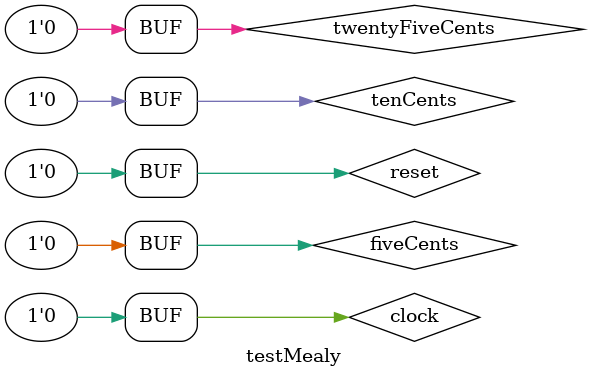
<source format=sv>
`timescale 1ns / 1ps

module testMealy();

logic clock, reset,fiveCents,tenCents,twentyFiveCents,theProduct;

mealyMachine test1 (clock, reset,fiveCents,tenCents,twentyFiveCents,theProduct);

always
begin
    clock = 1; #5; clock = 0; #5;
end

initial
begin
reset=0;fiveCents=0;tenCents=1;twentyFiveCents=0; #10;
fiveCents=1;tenCents=0;twentyFiveCents=0; #10;
fiveCents=1;tenCents=0;twentyFiveCents=0; #10;
fiveCents=0;tenCents=1;twentyFiveCents=0; #10;
fiveCents=0;tenCents=1;twentyFiveCents=0; #10;
fiveCents=0;tenCents=1;twentyFiveCents=0; #10;
fiveCents=0;tenCents=1;twentyFiveCents=0; #10;
fiveCents=0;tenCents=1;twentyFiveCents=0; #10;
fiveCents=0;tenCents=0;twentyFiveCents=0; #10;
end
endmodule

</source>
